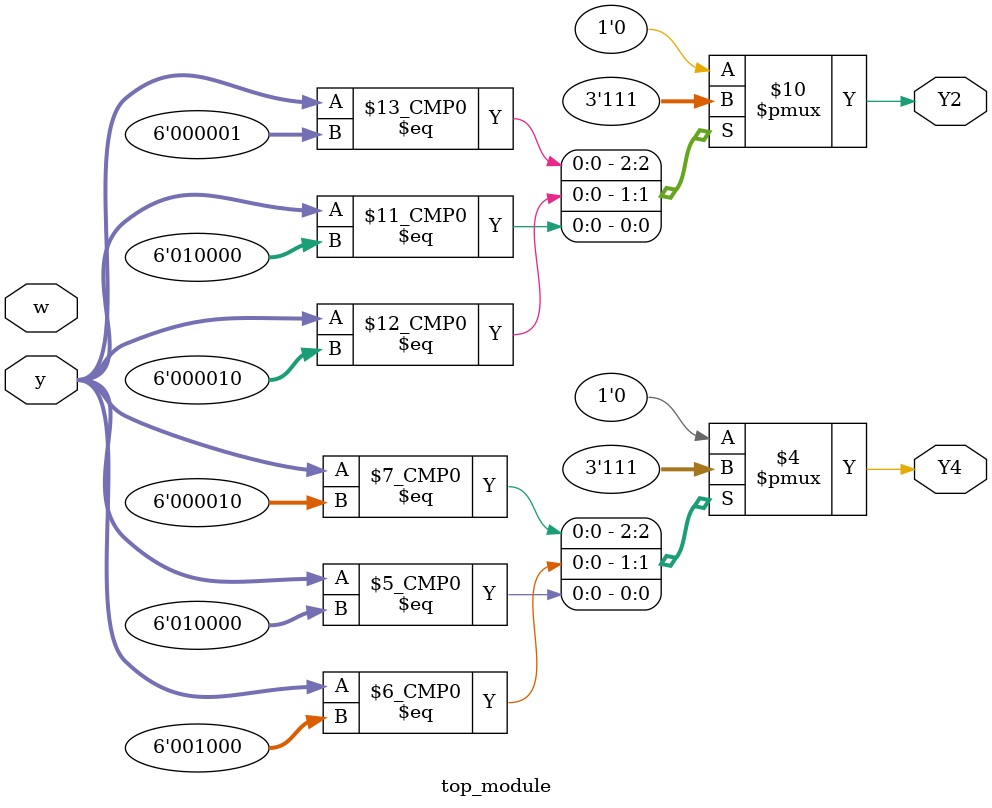
<source format=sv>
module top_module (
	input [6:1] y,
	input w,
	output Y2,
	output Y4
);
	reg Y2;
	reg Y4;
	
	always @(*) begin
		case(y)
			6'b000001: begin // State A
				Y2 = 1'b1;
				Y4 = 1'b0;
			end
			6'b000010: begin // State B
				Y2 = 1'b1;
				Y4 = 1'b1;
			end
			6'b000100: begin // State C
				Y2 = 1'b0;
				Y4 = 1'b0;
			end
			6'b001000: begin // State D
				Y2 = 1'b0;
				Y4 = 1'b1;
			end
			6'b010000: begin // State E
				Y2 = 1'b1;
				Y4 = 1'b1;
			end
			6'b100000: begin // State F
				Y2 = 1'b0;
				Y4 = 1'b0;
			end
			default: begin
				Y2 = 1'b0;
				Y4 = 1'b0;
			end
		endcase
	end
endmodule

</source>
